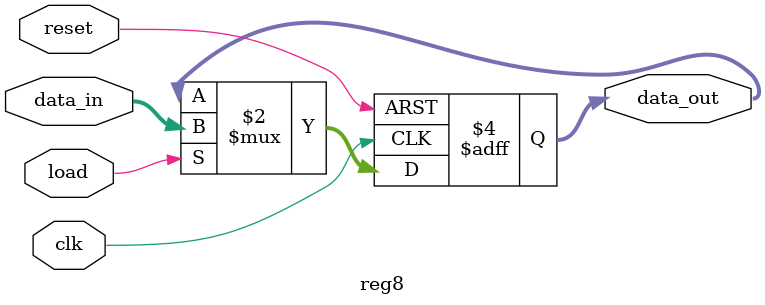
<source format=v>
module reg8 (
    input wire clk,
    input wire reset,
    input wire load,
    input wire [7:0] data_in,
    output reg [7:0] data_out
);
    always @(posedge clk or posedge reset) begin
        if (reset)
            data_out <= 8'b0;
        else if (load)
            data_out <= data_in;
    end
endmodule

</source>
